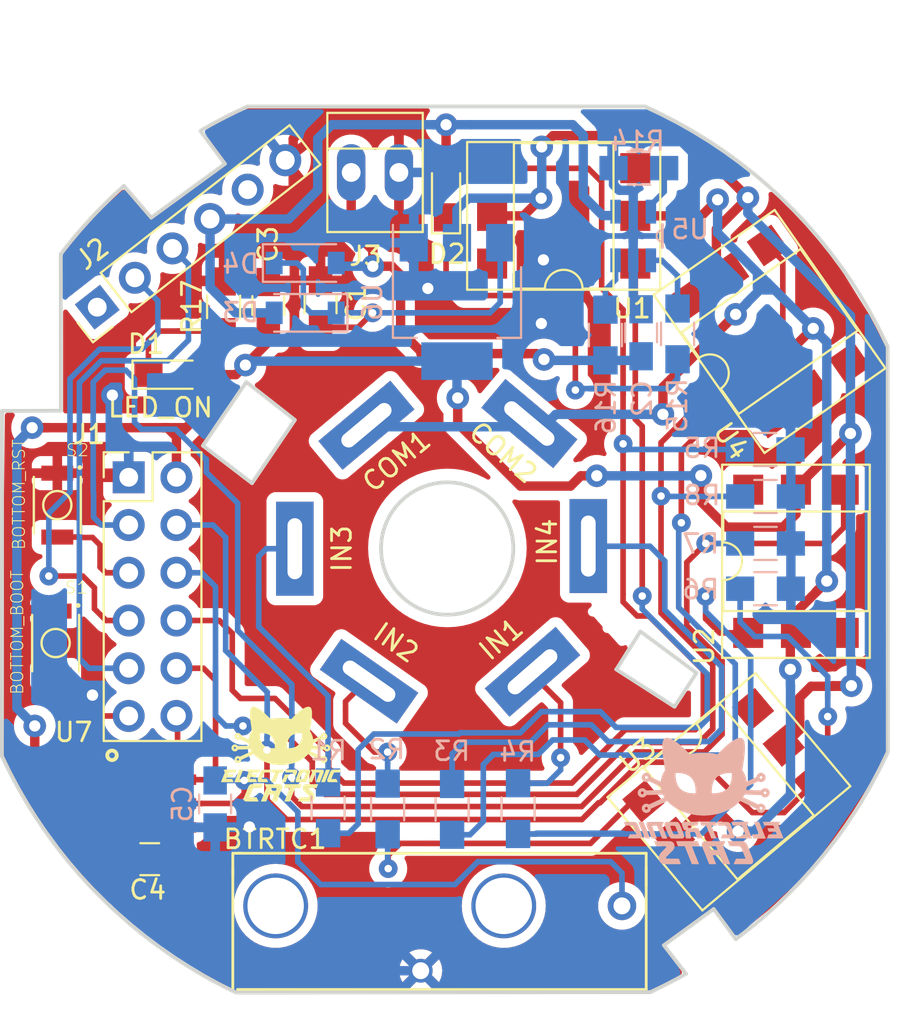
<source format=kicad_pcb>
(kicad_pcb (version 20221018) (generator pcbnew)
  (layers (0 "F.Cu" signal) (31 "B.Cu" signal) (34 "B.Paste" user) (35 "F.Paste" user) (36 "B.SilkS" user "B.Silkscreen") (37 "F.SilkS" user "F.Silkscreen") (38 "B.Mask" user) (39 "F.Mask" user) (44 "Edge.Cuts" user))
  (net 0 "")
  (net 1 "GND")
  (net 2 "Net-(C1-Pad1)")
  (net 3 "/BAT")
  (net 4 "+3V3")
  (net 5 "GNDA")
  (net 6 "Net-(D1-Pad1)")
  (net 7 "VCC")
  (net 8 "Net-(D2-Pad1)")
  (net 9 "Net-(IN1-Pad1)")
  (net 10 "Net-(IN2-Pad1)")
  (net 11 "Net-(IN3-Pad1)")
  (net 12 "Net-(IN4-Pad1)")
  (net 13 "/D0")
  (net 14 "/D1")
  (net 15 "/D3")
  (net 16 "/RST")
  (net 17 "/D2")
  (net 18 "/RX")
  (net 19 "/TX")
  (net 20 "/SCL")
  (net 21 "/SDA")
  (net 22 "Net-(R1-Pad1)")
  (net 23 "Net-(R2-Pad1)")
  (net 24 "Net-(R3-Pad1)")
  (net 25 "Net-(R4-Pad1)")
  (net 26 "Net-(R14-Pad2)")
  (net 27 "Net-(R15-Pad1)")
  (net 28 "Net-(R16-Pad2)")
  (net 29 "Net-(U1-Pad3)")
  (net 30 "Net-(U1-Pad6)")
  (net 31 "Net-(U2-Pad3)")
  (net 32 "Net-(U2-Pad6)")
  (net 33 "Net-(U3-Pad3)")
  (net 34 "Net-(U3-Pad6)")
  (net 35 "Net-(U4-Pad3)")
  (net 36 "Net-(U4-Pad6)")
  (net 37 "Net-(U7-Pad1)")
  (net 38 "Net-(U7-Pad3)")
  (net 39 "Net-(U7-Pad4)")
  (net 40 "/GPIO0")
  (net 41 "Net-(J2-Pad1)")
  (net 42 "Net-(J2-Pad5)")
  (net 43 "/VCLK")
  (footprint "B3U-1000P:SW_B3U-1000P" (layer "F.Cu") (at 129.01 96.09 -90)
    (fp_text reference "S1")
    (fp_text value "BOTTOM_BOOT")
  )
  (footprint "B3U-1000P:SW_B3U-1000P" (layer "F.Cu") (at 129.1 88.75 -90)
    (fp_text reference "S2")
    (fp_text value "BOTTOM_RST")
  )
  (footprint "Housings_DIP:DIP-6_W7.62mm_SMDSocket_SmallPads" (layer "F.Cu") (at 156.05 73.36 180)
    (fp_text reference "U1")
    (fp_text value "4N25")
  )
  (footprint "Housings_DIP:DIP-6_W7.62mm_SMDSocket_SmallPads" (layer "F.Cu") (at 168.41 91.74 90)
    (fp_text reference "U2")
    (fp_text value "4N25")
  )
  (footprint "Housings_DIP:DIP-6_W7.62mm_SMDSocket_SmallPads" (layer "F.Cu") (at 164.84 104 40)
    (fp_text reference "U3")
    (fp_text value "4N25")
  )
  (footprint "Housings_DIP:DIP-6_W7.62mm_SMDSocket_SmallPads" (layer "F.Cu") (at 167.00532 79.512147 125)
    (fp_text reference "U4")
    (fp_text value "4N25")
  )
  (footprint "DS3231MZ_:SOIC8_150MIL" (layer "F.Cu") (at 132.9 103.995 -90)
    (fp_text reference "U7")
    (fp_text value "DS3231MZ+")
  )
  (footprint "Connectors:PINHEAD1-2" (layer "F.Cu") (at 144.74 71.05)
    (fp_text reference "J3")
    (fp_text value "BATT")
  )
  (footprint "Pin_Headers:Pin_Header_Straight_2x06_Pitch2.54mm" (layer "F.Cu") (at 132.9 87.27)
    (fp_text reference "J1")
    (fp_text value "ADAP_ESP")
  )
  (footprint "Capacitors_SMD:C_0805_HandSoldering" (layer "F.Cu") (at 143.11 78.04 90)
    (fp_text reference "C1")
    (fp_text value "2.2u")
  )
  (footprint "Capacitors_SMD:C_0805_HandSoldering" (layer "F.Cu") (at 140.33 78.13 90)
    (fp_text reference "C3")
    (fp_text value "4.7u")
  )
  (footprint "LEDs:LED_0805_HandSoldering" (layer "F.Cu") (at 135.3 81.81)
    (fp_text reference "D1")
    (fp_text value "LED_ON")
  )
  (footprint "LEDs:LED_0805_HandSoldering" (layer "F.Cu") (at 149.79 72.09 90)
    (fp_text reference "D2")
    (fp_text value "LED_CHAR")
  )
  (footprint "Resistors_SMD:R_0805_HandSoldering" (layer "F.Cu") (at 137.95 78.2 90)
    (fp_text reference "R17")
    (fp_text value "1K")
  )
  (footprint "PADS:PAD_4X2mmTH" (layer "F.Cu") (at 154.39 97.62 41)
    (fp_text reference "IN1")
    (fp_text value "0_IN")
  )
  (footprint "PADS:PAD_4X2mmTH" (layer "F.Cu") (at 145.69 98.12 145)
    (fp_text reference "IN2")
    (fp_text value "1_IN")
  )
  (footprint "PADS:PAD_4X2mmTH" (layer "F.Cu") (at 141.74 91.07 90)
    (fp_text reference "IN3")
    (fp_text value "2_IN")
  )
  (footprint "PADS:PAD_4X2mmTH" (layer "F.Cu") (at 157.36 90.93 90)
    (fp_text reference "IN4")
    (fp_text value "3_IN")
  )
  (footprint "PADS:PAD_4X2mmTH" (layer "F.Cu") (at 145.55 84.5 40)
    (fp_text reference "COM1")
    (fp_text value "NC")
  )
  (footprint "PADS:PAD_4X2mmTH" (layer "F.Cu") (at 154.22 84.41 140)
    (fp_text reference "COM2")
    (fp_text value "TORRETA")
  )
  (footprint "Capacitors_SMD:C_0805_HandSoldering" (layer "F.Cu") (at 134.02 107.59)
    (fp_text reference "C4")
    (fp_text value "1uf")
  )
  (footprint "Pin_Headers:Pin_Header_Straight_1x06_Pitch2.54mm" (layer "F.Cu") (at 131.225291 78.218924 128)
    (fp_text reference "J2")
    (fp_text value "FTDI")
  )
  (footprint "TIH:electronic_cats_logo_4x3" (layer "F.Cu") (at 141 102)
    (fp_text reference "G***" hide)
    (fp_text value "LOGO" hide)
  )
  (footprint "PADS:Keystone_battery_second" (layer "F.Cu") (at 148.44 113.525)
    (fp_text reference "BTRTC1")
    (fp_text value "3.3Va")
  )
  (footprint "Diodes_SMD:D_SOD-123" (layer "B.Cu") (at 142.29 75.87)
    (fp_text reference "D3")
    (fp_text value "NRVB120")
  )
  (footprint "Diodes_SMD:D_SOD-123" (layer "B.Cu") (at 142.29 78.52 180)
    (fp_text reference "D4")
    (fp_text value "NRVB120")
  )
  (footprint "MCP73831T-4ADI_OT:SOT95P280X145-5N" (layer "B.Cu") (at 159.75 74.43 90)
    (fp_text reference "U5")
    (fp_text value "MCP73831T-4ADI/OT")
  )
  (footprint "TO_SOT_Packages_SMD:SOT-223-3_TabPin2" (layer "B.Cu") (at 150.37 77.94 -90)
    (fp_text reference "U6")
    (fp_text value "AP1117-33")
  )
  (footprint "Capacitors_SMD:C_0805_HandSoldering" (layer "B.Cu") (at 160.17 79.58 90)
    (fp_text reference "C2")
    (fp_text value "10u")
  )
  (footprint "Resistors_SMD:R_0805_HandSoldering" (layer "B.Cu") (at 143.51 104.86 90)
    (fp_text reference "R1")
    (fp_text value "2K")
  )
  (footprint "Resistors_SMD:R_0805_HandSoldering" (layer "B.Cu") (at 146.68 104.92 90)
    (fp_text reference "R2")
    (fp_text value "2K")
  )
  (footprint "Resistors_SMD:R_0805_HandSoldering" (layer "B.Cu") (at 150.11 104.94 90)
    (fp_text reference "R3")
    (fp_text value "2K")
  )
  (footprint "Resistors_SMD:R_0805_HandSoldering" (layer "B.Cu") (at 153.62 104.9 90)
    (fp_text reference "R4")
    (fp_text value "2K")
  )
  (footprint "Resistors_SMD:R_0805_HandSoldering" (layer "B.Cu") (at 166.77 85.79)
    (fp_text reference "R5")
    (fp_text value "10K")
  )
  (footprint "Resistors_SMD:R_0805_HandSoldering" (layer "B.Cu") (at 166.79 90.79)
    (fp_text reference "R6")
    (fp_text value "10K")
  )
  (footprint "Resistors_SMD:R_0805_HandSoldering" (layer "B.Cu") (at 166.79 93.2 180)
    (fp_text reference "R7")
    (fp_text value "10K")
  )
  (footprint "Resistors_SMD:R_0805_HandSoldering" (layer "B.Cu") (at 166.79 88.29)
    (fp_text reference "R8")
    (fp_text value "10K")
  )
  (footprint "Resistors_SMD:R_0805_HandSoldering" (layer "B.Cu") (at 160.05 70.82)
    (fp_text reference "R14")
    (fp_text value "10K")
  )
  (footprint "Resistors_SMD:R_0805_HandSoldering" (layer "B.Cu") (at 162.11 79.64 -90)
    (fp_text reference "R15")
    (fp_text value "1K")
  )
  (footprint "Resistors_SMD:R_0805_HandSoldering" (layer "B.Cu") (at 158.27 79.7 90)
    (fp_text reference "R16")
    (fp_text value "10K")
  )
  (footprint "TIH:electronic_cats_logo_8x6" (layer "B.Cu") (at 163.5 104.5 180)
    (fp_text reference "G***" hide)
    (fp_text value "LOGO" hide)
  )
  (footprint "Capacitors_SMD:C_0805_HandSoldering" (layer "B.Cu") (at 137.5 104.65 -90)
    (fp_text reference "C5")
    (fp_text value ".1uf")
  )
  (gr_line (start 161.3834 112.17014) (end 164.03262 110.24482) (stroke (width 0.2)) (layer "Edge.Cuts"))
  (gr_line (start 161.95 99.47) (end 163.11 97.69) (stroke (width 0.2)) (layer "Edge.Cuts"))
  (gr_line (start 164.03262 110.24482) (end 165.21 111.85) (stroke (width 0.2)) (layer "Edge.Cuts"))
  (gr_line (start 134.1 73.45) (end 138.02 70.59) (stroke (width 0.2)) (layer "Edge.Cuts"))
  (gr_line (start 129.29304 83.72722) (end 129.285 75.39) (stroke (width 0.2)) (layer "Edge.Cuts"))
  (gr_arc (start 138.60976 114.68728) (mid 131.285469 109.485773) (end 126.156133 102.11076) (stroke (width 0.2)) (layer "Edge.Cuts"))
  (gr_line (start 141.74 84.22) (end 139.16 82.2) (stroke (width 0.2)) (layer "Edge.Cuts"))
  (gr_line (start 139.22 67.54) (end 160.3655 67.54) (stroke (width 0.2)) (layer "Edge.Cuts"))
  (gr_line (start 173.3 101.88) (end 173.29 80.34) (stroke (width 0.2)) (layer "Edge.Cuts"))
  (gr_line (start 163.11 97.68) (end 160.13 95.47) (stroke (width 0.2)) (layer "Edge.Cuts"))
  (gr_line (start 162.56 113.69) (end 161.3834 112.17014) (stroke (width 0.2)) (layer "Edge.Cuts"))
  (gr_circle (center 149.85 91.06) (end 151.05 94.37) (stroke (width 0.2)) (fill none) (layer "Edge.Cuts"))
  (gr_arc (start 129.285 75.39) (mid 130.877806 73.496372) (end 132.644687 71.764034) (stroke (width 0.2)) (layer "Edge.Cuts"))
  (gr_arc (start 162.56 113.69) (mid 161.620145 114.197789) (end 160.660243 114.666578) (stroke (width 0.2)) (layer "Edge.Cuts"))
  (gr_line (start 136.85 85.59) (end 139.16 82.2) (stroke (width 0.2)) (layer "Edge.Cuts"))
  (gr_line (start 126.16 83.74) (end 129.29304 83.72722) (stroke (width 0.2)) (layer "Edge.Cuts"))
  (gr_line (start 138.61 114.69) (end 160.660243 114.666578) (stroke (width 0.2)) (layer "Edge.Cuts"))
  (gr_line (start 136.72 68.84) (end 138.02 70.59) (stroke (width 0.2)) (layer "Edge.Cuts"))
  (gr_arc (start 160.37 67.54) (mid 167.992827 72.76209) (end 173.290899 80.332306) (stroke (width 0.2)) (layer "Edge.Cuts"))
  (gr_line (start 126.16 83.74) (end 126.15 102.11) (stroke (width 0.2)) (layer "Edge.Cuts"))
  (gr_line (start 132.64 71.76) (end 134.1 73.45) (stroke (width 0.2)) (layer "Edge.Cuts"))
  (gr_line (start 158.85 97.49) (end 161.94 99.47) (stroke (width 0.2)) (layer "Edge.Cuts"))
  (gr_line (start 136.86 85.59) (end 139.46 87.58) (stroke (width 0.2)) (layer "Edge.Cuts"))
  (gr_arc (start 173.29854 101.88568) (mid 169.879774 107.377088) (end 165.206659 111.849841) (stroke (width 0.2)) (layer "Edge.Cuts"))
  (gr_arc (start 136.72 68.83) (mid 137.95021 68.153167) (end 139.215323 67.544061) (stroke (width 0.2)) (layer "Edge.Cuts"))
  (gr_line (start 160.13 95.47) (end 158.86 97.49) (stroke (width 0.2)) (layer "Edge.Cuts"))
  (gr_line (start 139.46 87.58) (end 141.74 84.22) (stroke (width 0.2)) (layer "Edge.Cuts"))
  (segment (start 140.61 73.79) (end 140.61 76.79) (width 0.5) (layer "F.Cu") (net 1))
  (segment (start 147.28 74.61) (end 147.28 71.05) (width 0.5) (layer "F.Cu") (net 1))
  (segment (start 146.74 68.34) (end 146.05 68.34) (width 0.5) (layer "F.Cu") (net 1))
  (segment (start 148.82 77.22) (end 148.82 76.15) (width 0.5) (layer "F.Cu") (net 1))
  (segment (start 129.1 87.05) (end 132.68 87.05) (width 0.5) (layer "F.Cu") (net 1))
  (segment (start 150.67 79.07) (end 152.87 79.07) (width 0.5) (layer "F.Cu") (net 1))
  (segment (start 141.11 73.29) (end 141.11 73.27) (width 0.5) (layer "F.Cu") (net 1))
  (segment (start 132.03 82.9) (end 132.03 81.021458) (width 0.5) (layer "F.Cu") (net 1))
  (segment (start 141.654516 69.263046) (end 142.577562 68.34) (width 0.5) (layer "F.Cu") (net 1))
  (segment (start 126.885 87.815) (end 127.65 87.05) (width 0.5) (layer "F.Cu") (net 1))
  (segment (start 141.11 73.27) (end 141.654516 72.725484) (width 0.5) (layer "F.Cu") (net 1))
  (segment (start 146.05 68.34) (end 142.73 68.34) (width 0.5) (layer "F.Cu") (net 1))
  (segment (start 142.577562 68.34) (end 142.73 68.34) (width 0.5) (layer "F.Cu") (net 1))
  (segment (start 136.1 78.175) (end 136.1 77.225) (width 0.5) (layer "F.Cu") (net 1))
  (segment (start 129.01 94.39) (end 129.01 95.39) (width 0.5) (layer "F.Cu") (net 1))
  (segment (start 127.66 94.39) (end 126.885 93.615) (width 0.5) (layer "F.Cu") (net 1))
  (segment (start 141.654516 72.725484) (end 141.654516 70.465127) (width 0.5) (layer "F.Cu") (net 1))
  (segment (start 147.28 71.05) (end 147.28 69.045) (width 0.5) (layer "F.Cu") (net 1))
  (segment (start 134.426458 78.625) (end 135.65 78.625) (width 0.5) (layer "F.Cu") (net 1))
  (segment (start 139.3 105.9) (end 139.325 105.875) (width 0.5) (layer "F.Cu") (net 1))
  (segment (start 126.885 93.615) (end 126.885 87.815) (width 0.5) (layer "F.Cu") (net 1))
  (segment (start 146.575 68.34) (end 146.05 68.34) (width 0.5) (layer "F.Cu") (net 1))
  (segment (start 154.84 79.07) (end 154.86 79.09) (width 0.5) (layer "F.Cu") (net 1))
  (segment (start 152.87 79.07) (end 153.63 79.07) (width 0.5) (layer "F.Cu") (net 1))
  (segment (start 132.03 81.021458) (end 134.426458 78.625) (width 0.5) (layer "F.Cu") (net 1))
  (segment (start 130.97 97.32) (end 130.97 98.86) (width 0.5) (layer "F.Cu") (net 1))
  (segment (start 141.654516 70.465127) (end 141.654516 69.263046) (width 0.5) (layer "F.Cu") (net 1))
  (segment (start 136.535 76.79) (end 140.61 76.79) (width 0.5) (layer "F.Cu") (net 1))
  (segment (start 148.82 76.15) (end 147.28 74.61) (width 0.5) (layer "F.Cu") (net 1))
  (segment (start 135.65 78.625) (end 136.1 78.175) (width 0.5) (layer "F.Cu") (net 1))
  (segment (start 148.82 77.22) (end 150.67 79.07) (width 0.5) (layer "F.Cu") (net 1))
  (segment (start 129.04 95.39) (end 130.97 97.32) (width 0.5) (layer "F.Cu") (net 1))
  (segment (start 147.28 69.045) (end 146.575 68.34) (width 0.5) (layer "F.Cu") (net 1))
  (segment (start 141.11 73.29) (end 140.61 73.79) (width 0.5) (layer "F.Cu") (net 1))
  (segment (start 129.01 95.39) (end 129.04 95.39) (width 0.5) (layer "F.Cu") (net 1))
  (segment (start 136.1 77.225) (end 136.535 76.79) (width 0.5) (layer "F.Cu") (net 1))
  (segment (start 135.27 107.59) (end 135.27 105.845) (width 0.5) (layer "F.Cu") (net 1))
  (segment (start 132.68 87.05) (end 132.9 87.27) (width 0.5) (layer "F.Cu") (net 1))
  (segment (start 127.65 87.05) (end 129.1 87.05) (width 0.5) (layer "F.Cu") (net 1))
  (segment (start 152.87 79.07) (end 154.84 79.07) (width 0.5) (layer "F.Cu") (net 1))
  (segment (start 135.425 105.9) (end 139.225 105.9) (width 0.5) (layer "F.Cu") (net 1))
  (segment (start 143.11 76.79) (end 140.61 76.79) (width 0.5) (layer "F.Cu") (net 1))
  (segment (start 129.01 94.39) (end 127.66 94.39) (width 0.5) (layer "F.Cu") (net 1))
  (via (at 132.03 82.9) (size 1.2) (drill 0.6) (layers "F.Cu" "B.Cu") (net 1))
  (via (at 148.82 77.22) (size 1.2) (drill 0.6) (layers "F.Cu" "B.Cu") (net 1))
  (via (at 139.325 105.875) (size 1.2) (drill 0.6) (layers "F.Cu" "B.Cu") (net 1))
  (via (at 130.97 98.86) (size 1.2) (drill 0.6) (layers "F.Cu" "B.Cu") (net 1))
  (via (at 154.86 79.09) (size 1.2) (drill 0.6) (layers "F.Cu" "B.Cu") (net 1))
  (via (at 154.97 75.7) (size 1.2) (drill 0.6) (layers "F.Cu" "B.Cu") (net 1))
  (via (at 130.97 98.86) (size 1.2) (drill 0.6) (layers "F.Cu" "B.Cu") (net 1))
  (segment (start 159.63 72) (end 159.75 72.12) (width 0.5) (layer "B.Cu") (net 1))
  (segment (start 159.75 74.45) (end 159.75 75.7254) (width 0.5) (layer "B.Cu") (net 1))
  (segment (start 162.05 69.13) (end 163.05 70.13) (width 0.5) (layer "B.Cu") (net 1))
  (segment (start 137.5 112.35) (end 137.5 105.9) (width 0.5) (layer "B.Cu") (net 1))
  (segment (start 148.07 74.79) (end 148.07 76.47) (width 0.5) (layer "B.Cu") (net 1))
  (segment (start 148.07 76.47) (end 148.82 77.22) (width 0.5) (layer "B.Cu") (net 1))
  (segment (start 168.14 93.2) (end 168.14 90.79) (width 0.5) (layer "B.Cu") (net 1))
  (segment (start 168.14 90.79) (end 168.14 88.29) (width 0.5) (layer "B.Cu") (net 1))
  (segment (start 166.62 83.14) (end 168.12 84.64) (width 0.5) (layer "B.Cu") (net 1))
  (segment (start 163.73 76.51) (end 163.73 81.85) (width 0.5) (layer "B.Cu") (net 1))
  (segment (start 139.325 105.875) (end 137.525 105.875) (width 0.5) (layer "B.Cu") (net 1))
  (segment (start 148.44 113.525) (end 138.675 113.525) (width 0.5) (layer "B.Cu") (net 1))
  (segment (start 154.86 75.81) (end 154.97 75.7) (width 0.5) (layer "B.Cu") (net 1))
  (segment (start 132.22 105.9) (end 137.5 105.9) (width 0.5) (layer "B.Cu") (net 1))
  (segment (start 158.62 69.55) (end 159.04 69.13) (width 0.5) (layer "B.Cu") (net 1))
  (segment (start 132.03 82.9) (end 132.03 84.95) (width 0.5) (layer "B.Cu") (net 1))
  (segment (start 165.02 83.14) (end 166.62 83.14) (width 0.5) (layer "B.Cu") (net 1))
  (segment (start 130.97 98.86) (end 130.97 104.65) (width 0.5) (layer "B.Cu") (net 1))
  (segment (start 163.05 70.13) (end 163.05 75.83) (width 0.5) (layer "B.Cu") (net 1))
  (segment (start 159.75 72.12) (end 159.75 74.45) (width 0.5) (layer "B.Cu") (net 1))
  (segment (start 154.87 75.8) (end 154.97 75.7) (width 0.5) (layer "B.Cu") (net 1))
  (segment (start 163.73 81.85) (end 165.02 83.14) (width 0.5) (layer "B.Cu") (net 1))
  (segment (start 168.14 85.81) (end 168.12 85.79) (width 0.5) (layer "B.Cu") (net 1))
  (segment (start 158.7 70.82) (end 158.7 71.7) (width 0.5) (layer "B.Cu") (net 1))
  (segment (start 159.75 77.91) (end 159.75 75.7254) (width 0.5) (layer "B.Cu") (net 1))
  (segment (start 130.97 104.65) (end 132.22 105.9) (width 0.5) (layer "B.Cu") (net 1))
  (segment (start 168.14 88.29) (end 168.14 85.81) (width 0.5) (layer "B.Cu") (net 1))
  (segment (start 168.12 84.64) (end 168.12 85.79) (width 0.5) (layer "B.Cu") (net 1))
  (segment (start 159.04 69.13) (end 162.05 69.13) (width 0.5) (layer "B.Cu") (net 1))
  (segment (start 163.05 75.83) (end 163.73 76.51) (width 0.5) (layer "B.Cu") (net 1))
  (segment (start 158.62 70.93) (end 158.62 69.55) (width 0.5) (layer "B.Cu") (net 1))
  (segment (start 154.86 79.09) (end 154.86 75.81) (width 0.5) (layer "B.Cu") (net 1))
  (segment (start 154.87 77.83) (end 154.87 75.8) (width 0.5) (layer "B.Cu") (net 1))
  (segment (start 138.675 113.525) (end 137.5 112.35) (width 0.5) (layer "B.Cu") (net 1))
  (segment (start 159 72) (end 159.63 72) (width 0.5) (layer "B.Cu") (net 1))
  (segment (start 132.03 84.95) (end 132.9 85.82) (width 0.5) (layer "B.Cu") (net 1))
  (segment (start 137.525 105.875) (end 137.5 105.9) (width 0.5) (layer "B.Cu") (net 1))
  (segment (start 132.9 85.82) (end 132.9 87.27) (width 0.5) (layer "B.Cu") (net 1))
  (segment (start 160.17 78.33) (end 159.75 77.91) (width 0.5) (layer "B.Cu") (net 1))
  (segment (start 158.7 71.7) (end 159 72) (width 0.5) (layer "B.Cu") (net 1))
  (segment (start 144.39 79.29) (end 143.11 79.29) (width 0.3) (layer "F.Cu") (net 2))
  (segment (start 143.11 79.29) (end 145.11 79.29) (width 0.3) (layer "F.Cu") (net 2))
  (segment (start 145.11 79.29) (end 145.88 78.52) (width 0.3) (layer "F.Cu") (net 2))
  (via (at 145.88 78.52) (size 1) (drill 0.4) (layers "F.Cu" "B.Cu") (net 2))
  (segment (start 152.67 74.79) (end 152.67 77.97) (width 0.3) (layer "B.Cu") (net 2))
  (segment (start 142.19 78.12) (end 142.19 76.2) (width 0.3) (layer "B.Cu") (net 2))
  (segment (start 143.94 78.52) (end 145.88 78.52) (width 0.3) (layer "B.Cu") (net 2))
  (segment (start 152.71 74.83) (end 152.67 74.79) (width 0.3) (layer "B.Cu") (net 2))
  (segment (start 143.94 78.52) (end 142.59 78.52) (width 0.3) (layer "B.Cu") (net 2))
  (segment (start 145.88 78.52) (end 152.12 78.52) (width 0.3) (layer "B.Cu") (net 2))
  (segment (start 142.59 78.52) (end 142.19 78.12) (width 0.3) (layer "B.Cu") (net 2))
  (segment (start 152.12 78.52) (end 152.67 77.97) (width 0.3) (layer "B.Cu") (net 2))
  (segment (start 142.19 76.2) (end 141.86 75.87) (width 0.3) (layer "B.Cu") (net 2))
  (segment (start 141.86 75.87) (end 140.64 75.87) (width 0.3) (layer "B.Cu") (net 2))
  (segment (start 144.74 71.05) (end 144.74 74.041472) (width 0.5) (layer "F.Cu") (net 3))
  (segment (start 144.74 74.041472) (end 145.42 74.721472) (width 0.5) (layer "F.Cu") (net 3))
  (segment (start 153.1 80.69) (end 148.45 80.69) (width 0.5) (layer "F.Cu") (net 3))
  (segment (start 145.42 74.721472) (end 145.25 74.551472) (width 0.5) (layer "F.Cu") (net 3))
  (segment (start 146.9 76.04) (end 145.89 76.04) (width 0.5) (layer "F.Cu") (net 3))
  (segment (start 145.89 75.191472) (end 145.42 74.721472) (width 0.5) (layer "F.Cu") (net 3))
  (segment (start 145.89 76.04) (end 145.89 75.191472) (width 0.5) (layer "F.Cu") (net 3))
  (segment (start 154.9 81) (end 154.59 80.69) (width 0.5) (layer "F.Cu") (net 3))
  (segment (start 155 81) (end 154.9 81) (width 0.5) (layer "F.Cu") (net 3))
  (segment (start 147.37 79.5) (end 147.37 76.51) (width 0.5) (layer "F.Cu") (net 3))
  (segment (start 154.59 80.69) (end 153.1 80.69) (width 0.5) (layer "F.Cu") (net 3))
  (segment (start 147.37 76.51) (end 146.9 76.04) (width 0.5) (layer "F.Cu") (net 3))
  (segment (start 154.12 80.69) (end 153.91 80.69) (width 0.5) (layer "F.Cu") (net 3))
  (segment (start 148.45 80.69) (end 148.45 80.58) (width 0.5) (layer "F.Cu") (net 3))
  (segment (start 153.91 80.69) (end 153.1 80.69) (width 0.5) (layer "F.Cu") (net 3))
  (segment (start 148.45 80.58) (end 147.37 79.5) (width 0.5) (layer "F.Cu") (net 3))
  (via (at 155 81) (size 1.2) (drill 0.6) (layers "F.Cu" "B.Cu") (net 3))
  (via (at 145.89 76.04) (size 1.2) (drill 0.6) (layers "F.Cu" "B.Cu") (net 3))
  (segment (start 158.27 81.05) (end 155.05 81.05) (width 0.5) (layer "B.Cu") (net 3))
  (segment (start 159.95 81.05) (end 160.17 80.83) (width 0.5) (layer "B.Cu") (net 3))
  (segment (start 155.05 81.05) (end 155 81) (width 0.5) (layer "B.Cu") (net 3))
  (segment (start 145.89 76.04) (end 144.11 76.04) (width 0.5) (layer "B.Cu") (net 3))
  (segment (start 158.27 81.05) (end 159.95 81.05) (width 0.5) (layer "B.Cu") (net 3))
  (segment (start 144.11 76.04) (end 143.94 75.87) (width 0.5) (layer "B.Cu") (net 3))
  (segment (start 138.6 81.81) (end 139.11 81.3) (width 0.5) (layer "F.Cu") (net 4))
  (segment (start 152.24 73.36) (end 153.91 73.36) (width 0.5) (layer "F.Cu") (net 4))
  (segment (start 156.961472 87.19) (end 156.414469 87.737003) (width 0.5) (layer "F.Cu") (net 4))
  (segment (start 163.35 88.56) (end 163.35 87.18) (width 0.5) (layer "F.Cu") (net 4))
  (segment (start 140.33 79.38) (end 140.33 80.08) (width 0.5) (layer "F.Cu") (net 4))
  (segment (start 167.72 89.92) (end 164.71 89.92) (width 0.5) (layer "F.Cu") (net 4))
  (segment (start 135.44 85.13) (end 135.46 85.13) (width 0.5) (layer "F.Cu") (net 4))
  (segment (start 134.73 84.63) (end 135.96 84.63) (width 0.5) (layer "F.Cu") (net 4))
  (segment (start 134.73 84.63) (end 127.76 84.63) (width 0.5) (layer "F.Cu") (net 4))
  (segment (start 136.65 83.94) (end 135.96 84.63) (width 0.5) (layer "F.Cu") (net 4))
  (segment (start 127.9 100.5) (end 127.9 102.4506) (width 0.5) (layer "F.Cu") (net 4))
  (segment (start 136.65 83.83) (end 136.65 81.81) (width 0.5) (layer "F.Cu") (net 4))
  (segment (start 170.32 98.39) (end 170.35 98.36) (width 0.5) (layer "F.Cu") (net 4))
  (segment (start 128.8094 103.36) (end 130.3 103.36) (width 0.5) (layer "F.Cu") (net 4))
  (segment (start 140.33 80.08) (end 139.11 81.3) (width 0.5) (layer "F.Cu") (net 4))
  (segment (start 168.41 87.93) (end 168.41 87.84) (width 0.5) (layer "F.Cu") (net 4))
  (segment (start 170.32 98.39) (end 170.91 98.39) (width 0.5) (layer "F.Cu") (net 4))
  (segment (start 136.65 83.83) (end 136.65 83.94) (width 0.5) (layer "F.Cu") (net 4))
  (segment (start 156.414469 87.737003) (end 153.747003 87.737003) (width 0.5) (layer "F.Cu") (net 4))
  (segment (start 168.41 89.23) (end 167.72 89.92) (width 0.5) (layer "F.Cu") (net 4))
  (segment (start 131.81 103.36) (end 130.3 103.36) (width 0.5) (layer "F.Cu") (net 4))
  (segment (start 164.174872 75.746056) (end 164.174872 74.065128) (width 0.5) (layer "F.Cu") (net 4))
  (segment (start 164.71 89.92) (end 163.35 88.56) (width 0.5) (layer "F.Cu") (net 4))
  (segment (start 150.41 84.4) (end 150.41 83.05) (width 0.5) (layer "F.Cu") (net 4))
  (segment (start 135.44 85.13) (end 135.44 85.12) (width 0.5) (layer "F.Cu") (net 4))
  (segment (start 135.44 85.12) (end 134.95 84.63) (width 0.5) (layer "F.Cu") (net 4))
  (segment (start 170.35 98.36) (end 171.36 98.36) (width 0.5) (layer "F.Cu") (net 4))
  (segment (start 127.9 102.4506) (end 128.8094 103.36) (width 0.5) (layer "F.Cu") (net 4))
  (segment (start 164.819994 76.391178) (end 164.174872 75.746056) (width 0.5) (layer "F.Cu") (net 4))
  (segment (start 127.76 84.63) (end 128.608528 84.63) (width 0.5) (layer "F.Cu") (net 4))
  (segment (start 136.65 81.81) (end 137.93 81.81) (width 0.5) (layer "F.Cu") (net 4))
  (segment (start 167.758629 101.550979) (end 168.61 100.699608) (width 0.5) (layer "F.Cu") (net 4))
  (segment (start 168.41 87.93) (end 168.41 89.23) (width 0.5) (layer "F.Cu") (net 4))
  (segment (start 168.61 100) (end 168.61 98.99) (width 0.5) (layer "F.Cu") (net 4))
  (segment (start 153.747003 87.737003) (end 150.41 84.4) (width 0.5) (layer "F.Cu") (net 4))
  (segment (start 137.93 81.81) (end 138.6 81.81) (width 0.5) (layer "F.Cu") (net 4))
  (segment (start 162.550001 69.090001) (end 155.479999 69.090001) (width 0.5) (layer "F.Cu") (net 4))
  (segment (start 135.44 87.27) (end 135.44 85.13) (width 0.5) (layer "F.Cu") (net 4))
  (segment (start 153.91 73.36) (end 154.85 72.42) (width 0.5) (layer "F.Cu") (net 4))
  (segment (start 169.21 98.39) (end 170.32 98.39) (width 0.5) (layer "F.Cu") (net 4))
  (segment (start 170.91 98.39) (end 171.01 98.29) (width 0.5) (layer "F.Cu") (net 4))
  (segment (start 132.77 104.32) (end 131.81 103.36) (width 0.5) (layer "F.Cu") (net 4))
  (segment (start 132.77 104.58) (end 132.77 107.59) (width 0.5) (layer "F.Cu") (net 4))
  (segment (start 165.85 72.39) (end 162.550001 69.090001) (width 0.5) (layer "F.Cu") (net 4))
  (segment (start 168.61 100.19) (end 168.61 100) (width 0.5) (layer "F.Cu") (net 4))
  (segment (start 168.41 87.84) (end 171.31 84.94) (width 0.5) (layer "F.Cu") (net 4))
  (segment (start 164.174872 74.065128) (end 165.85 72.39) (width 0.5) (layer "F.Cu") (net 4))
  (segment (start 168.61 100.699608) (end 168.61 100) (width 0.5) (layer "F.Cu") (net 4))
  (segment (start 168.61 98.99) (end 169.21 98.39) (width 0.5) (layer "F.Cu") (net 4))
  (segment (start 135.46 85.13) (end 135.96 84.63) (width 0.5) (layer "F.Cu") (net 4))
  (segment (start 134.95 84.63) (end 134.73 84.63) (width 0.5) (layer "F.Cu") (net 4))
  (segment (start 157.81 87.19) (end 156.961472 87.19) (width 0.5) (layer "F.Cu") (net 4))
  (segment (start 155.479999 69.090001) (end 154.88 69.69) (width 0.5) (layer "F.Cu") (net 4))
  (segment (start 132.77 104.58) (end 132.77 104.32) (width 0.5) (layer "F.Cu") (net 4))
  (via (at 171.36 98.36) (size 1.2) (drill 0.6) (layers "F.Cu" "B.Cu") (net 4))
  (via (at 171.31 84.94) (size 1.2) (drill 0.6) (layers "F.Cu" "B.Cu") (net 4))
  (via (at 154.88 69.69) (size 1.2) (drill 0.6) (layers "F.Cu" "B.Cu") (net 4))
  (via (at 165.85 72.39) (size 1.2) (drill 0.6) (layers "F.Cu" "B.Cu") (net 4))
  (via (at 157.81 87.19) (size 1.2) (drill 0.6) (layers "F.Cu" "B.Cu") (net 4))
  (via (at 163.35 87.18) (size 1.2) (drill 0.6) (layers "F.Cu" "B.Cu") (net 4))
  (via (at 127.9 100.5) (size 1.2) (drill 0.6) (layers "F.Cu" "B.Cu") (net 4))
  (via (at 127.76 84.63) (size 1.2) (drill 0.6) (layers "F.Cu" "B.Cu") (net 4))
  (via (at 154.85 72.42) (size 1.2) (drill 0.6) (layers "F.Cu" "B.Cu") (net 4))
  (via (at 139.11 81.3) (size 1.2) (drill 0.6) (layers "F.Cu" "B.Cu") (net 4))
  (via (at 150.41 83.05) (size 1.2) (drill 0.6) (layers "F.Cu" "B.Cu") (net 4))
  (segment (start 165.85 73.22) (end 165.85 72.39) (width 0.5) (layer "B.Cu") (net 4))
  (segment (start 150.97 72.42) (end 154.3 72.42) (width 0.5) (layer "B.Cu") (net 4))
  (segment (start 126.95 94.56) (end 126.95 85.44) (width 0.5) (layer "B.Cu") (net 4))
  (segment (start 150.37 81.09) (end 139.32 81.09) (width 0.5) (layer "B.Cu") (net 4))
  (segment (start 171.03 78.39) (end 171.31 78.67) (width 0.5) (layer "B.Cu") (net 4))
  (segment (start 126.95 94.56) (end 126.95 99.55) (width 0.5) (layer "B.Cu") (net 4))
  (segment (start 150.37 82.59) (end 150.41 82.63) (width 0.5) (layer "B.Cu") (net 4))
  (segment (start 171.31 96.86) (end 171.36 96.91) (width 0.5) (layer "B.Cu") (net 4))
  (segment (start 169.21 76.59) (end 169.21 76.58) (width 0.5) (layer "B.Cu") (net 4))
  (segment (start 150.37 74.79) (end 150.37 73.02) (width 0.5) (layer "B.Cu") (net 4))
  (segment (start 171.31 84.94) (end 171.31 84.091472) (width 0.5) (layer "B.Cu") (net 4))
  (segment (start 154.88 71.78) (end 154.88 71.5) (width 0.5) (layer "B.Cu") (net 4))
  (segment (start 171.31 96.86) (end 171.31 94.45) (width 0.5) (layer "B.Cu") (net 4))
  (segment (start 139.32 81.09) (end 139.11 81.3) (width 0.5) (layer "B.Cu") (net 4))
  (segment (start 154.88 72.39) (end 154.88 71.78) (width 0.5) (layer "B.Cu") (net 4))
  (segment (start 150.41 82.63) (end 150.41 83.05) (width 0.5) (layer "B.Cu") (net 4))
  (segment (start 150.37 73.02) (end 150.97 72.42) (width 0.5) (layer "B.Cu") (net 4))
  (segment (start 163.34 87.19) (end 163.35 87.18) (width 0.5) (layer "B.Cu") (net 4))
  (segment (start 171.31 78.89) (end 171.31 84.94) (width 0.5) (layer "B.Cu") (net 4))
  (segment (start 126.95 85.44) (end 127.76 84.63) (width 0.5) (layer "B.Cu") (net 4))
  (segment (start 154.3 72.42) (end 154.85 72.42) (width 0.5) (layer "B.Cu") (net 4))
  (segment (start 171.36 96.91) (end 171.36 98.36) (width 0.5) (layer "B.Cu") (net 4))
  (segment (start 169.21 76.58) (end 165.85 73.22) (width 0.5) (layer "B.Cu") (net 4))
  (segment (start 150.37 81.09) (end 150.37 82.59) (width 0.5) (layer "B.Cu") (net 4))
  (segment (start 126.95 99.55) (end 127.9 100.5) (width 0.5) (layer "B.Cu") (net 4))
  (segment (start 169.21 76.59) (end 171.01 78.39) (width 0.5) (layer "B.Cu") (net 4))
  (segment (start 171.31 94.45) (end 171.31 84.94) (width 0.5) (layer "B.Cu") (net 4))
  (segment (start 154.88 71.5) (end 154.88 69.69) (width 0.5) (layer "B.Cu") (net 4))
  (segment (start 171.31 78.67) (end 171.31 78.89) (width 0.5) (layer "B.Cu") (net 4))
  (segment (start 171.31 97.141472) (end 171.31 96.86) (width 0.5) (layer "B.Cu") (net 4))
  (segment (start 171.01 78.39) (end 171.03 78.39) (width 0.5) (layer "B.Cu") (net 4))
  (segment (start 157.81 87.19) (end 163.34 87.19) (width 0.5) (layer "B.Cu") (net 4))
  (segment (start 154.85 72.42) (end 154.88 72.39) (width 0.5) (layer "B.Cu") (net 4))
  (segment (start 163.04 105.34) (end 164.57 105.34) (width 0.5) (layer "F.Cu") (net 5))
  (segment (start 169.190646 82.633116) (end 168.545524 81.987994) (width 0.5) (layer "F.Cu") (net 5))
  (segment (start 168.21 95.75) (end 168.41 95.55) (width 0.5) (layer "F.Cu") (net 5))
  (segment (start 162.559927 105.810465) (end 162.569535 105.810465) (width 0.5) (layer "F.Cu") (net 5))
  (segment (start 163.38 73.36) (end 164.24 72.5) (width 0.5) (layer "F.Cu") (net 5))
  (segment (start 161.33 83.92) (end 161.33 82.47) (width 0.5) (layer "F.Cu") (net 5))
  (segment (start 168.41 94.45) (end 169.48 93.38) (width 0.5) (layer "F.Cu") (net 5))
  (segment (start 168.545524 81.987994) (end 168.545524 81.965524) (width 0.5) (layer "F.Cu") (net 5))
  (segment (start 168.11 97.49) (end 168.11 95.85) (width 0.5) (layer "F.Cu") (net 5))
  (segment (start 168.11 95.85) (end 168.41 95.55) (width 0.5) (layer "F.Cu") (net 5))
  (segment (start 165.2 78.6) (end 164.600001 79.199999) (width 0.5) (layer "F.Cu") (net 5))
  (segment (start 159.86 73.36) (end 163.38 73.36) (width 0.5) (layer "F.Cu") (net 5))
  (segment (start 169.48 93.38) (end 169.79 93.07) (width 0.5) (layer "F.Cu") (net 5))
  (segment (start 169.3 79.35) (end 169.33 79.35) (width 0.5) (layer "F.Cu") (net 5))
  (segment (start 168.15 80.5) (end 169.3 79.35) (width 0.5) (layer "F.Cu") (net 5))
  (segment (start 162.569535 105.810465) (end 163.04 105.34) (width 0.5) (layer "F.Cu") (net 5))
  (segment (start 164.57 105.34) (end 165.33 106.1) (width 0.5) (layer "F.Cu") (net 5))
  (segment (start 169.48 93.38) (end 169.48 93.36) (width 0.5) (layer "F.Cu") (net 5))
  (segment (start 168.545524 81.965524) (end 168.15 81.57) (width 0.5) (layer "F.Cu") (net 5))
  (segment (start 168.41 95.55) (end 168.41 94.45) (width 0.5) (layer "F.Cu") (net 5))
  (segment (start 169.48 93.36) (end 170.05 92.79) (width 0.5) (layer "F.Cu") (net 5))
  (segment (start 161.921371 106.449021) (end 162.559927 105.810465) (width 0.5) (layer "F.Cu") (net 5))
  (segment (start 168.15 81.57) (end 168.15 80.5) (width 0.5) (layer "F.Cu") (net 5))
  (segment (start 161.33 82.47) (end 165.2 78.6) (width 0.5) (layer "F.Cu") (net 5))
  (via (at 165.2 78.6) (size 1.2) (drill 0.6) (layers "F.Cu" "B.Cu") (net 5))
  (via (at 168.11 97.49) (size 1.2) (drill 0.6) (layers "F.Cu" "B.Cu") (net 5))
  (via (at 161.33 83.92) (size 1.2) (drill 0.6) (layers "F.Cu" "B.Cu") (net 5))
  (via (at 170.05 92.79) (size 1.2) (drill 0.6) (layers "F.Cu" "B.Cu") (net 5))
  (via (at 164.24 72.5) (size 1.2) (drill 0.6) (layers "F.Cu" "B.Cu") (net 5))
  (via (at 169.33 79.35) (size 1.2) (drill 0.6) (layers "F.Cu" "B.Cu") (net 5))
  (via (at 165.33 106.1) (size 1.2) (drill 0.6) (layers "F.Cu" "B.Cu") (net 5))
  (segment (start 169.33 79.35) (end 167.26 77.28) (width 0.5) (layer "B.Cu") (net 5))
  (segment (start 154.61 84.58) (end 154.79 84.76) (width 0.5) (layer "B.Cu") (net 5))
  (segment (start 166.178528 106.1) (end 168.12 104.158528) (width 0.5) (layer "B.Cu") (net 5))
  (segment (start 166.36 76.39) (end 164.24 74.27) (width 0.5) (layer "B.Cu") (net 5))
  (segment (start 166.88 76.9) (end 166.87 76.9) (width 0.5) (layer "B.Cu") (net 5))
  (segment (start 165.2 78.6) (end 165.799999 78.000001) (width 0.5) (layer "B.Cu") (net 5))
  (segment (start 167.26 77.28) (end 166.88 76.9) (width 0.5) (layer "B.Cu") (net 5))
  (segment (start 144.99 84.58) (end 144.85 84.44) (width 0.5) (layer "B.Cu") (net 5))
  (segment (start 166.36 76.39) (end 166.36 77.18) (width 0.5) (layer "B.Cu") (net 5))
  (segment (start 165.33 106.1) (end 166.178528 106.1) (width 0.5) (layer "B.Cu") (net 5))
  (segment (start 170.05 92.79) (end 170.05 80.07) (width 0.5) (layer "B.Cu") (net 5))
  (segment (start 161.33 83.92) (end 159.64 83.92) (width 0.5) (layer "B.Cu") (net 5))
  (segment (start 166.48 77.3) (end 167.24 77.3) (width 0.5) (layer "B.Cu") (net 5))
  (segment (start 154.66 84.58) (end 144.99 84.58) (width 0.5) (layer "B.Cu") (net 5))
  (segment (start 155.63 83.92) (end 154.79 84.76) (width 0.5) (layer "B.Cu") (net 5))
  (segment (start 170.05 80.07) (end 169.33 79.35) (width 0.5) (layer "B.Cu") (net 5))
  (segment (start 168.11 97.49) (end 168.11 98.338528) (width 0.5) (layer "B.Cu") (net 5))
  (segment (start 161.33 83.92) (end 155.63 83.92) (width 0.5) (layer "B.Cu") (net 5))
  (segment (start 168.12 98.348528) (end 168.12 99.68) (width 0.5) (layer "B.Cu") (net 5))
  (segment (start 167.24 77.3) (end 167.26 77.28) (width 0.5) (layer "B.Cu") (net 5))
  (segment (start 165.799999 77.980001) (end 166.48 77.3) (width 0.5) (layer "B.Cu") (net 5))
  (segment (start 166.36 77.18) (end 166.48 77.3) (width 0.5) (layer "B.Cu") (net 5))
  (segment (start 166.48 77.3) (end 166.88 76.9) (width 0.5) (layer "B.Cu") (net 5))
  (segment (start 168.12 104.158528) (end 168.12 99.68) (width 0.5) (layer "B.Cu") (net 5))
  (segment (start 166.87 76.9) (end 166.36 76.39) (width 0.5) (layer "B.Cu") (net 5))
  (segment (start 168.11 98.338528) (end 168.12 98.348528) (width 0.5) (layer "B.Cu") (net 5))
  (segment (start 165.799999 78.000001) (end 165.799999 77.980001) (width 0.5) (layer "B.Cu") (net 5))
  (segment (start 164.24 74.27) (end 164.24 72.5) (width 0.5) (layer "B.Cu") (net 5))
  (segment (start 136.03 79.49) (end 138.11 79.49) (width 0.3) (layer "F.Cu") (net 6))
  (segment (start 135.51 79.49) (end 136.03 79.49) (width 0.3) (layer "F.Cu") (net 6))
  (segment (start 133.95 81.81) (end 133.95 79.95) (width 0.3) (layer "F.Cu") (net 6))
  (segment (start 134.41 79.49) (end 136.03 79.49) (width 0.3) (layer "F.Cu") (net 6))
  (segment (start 133.95 79.95) (end 134.41 79.49) (width 0.3) (layer "F.Cu") (net 6))
  (segment (start 149.79 70.74) (end 149.79 68.51) (width 0.5) (layer "F.Cu") (net 7))
  (via (at 149.79 68.51) (size 1.2) (drill 0.6) (layers "F.Cu" "B.Cu") (net 7))
  (segment (start 141.412416 73.527584) (end 142.96 71.98) (width 0.5) (layer "B.Cu") (net 7))
  (segment (start 158.12481 73.34461) (end 158.721268 73.34461) (width 0.5) (layer "B.Cu") (net 7))
  (segment (start 157.0902 72.31) (end 157.0902 69.0702) (width 0.5) (layer "B.Cu") (net 7))
  (segment (start 137.544709 77.474709) (end 138.59 78.52) (width 0.5) (layer "B.Cu") (net 7))
  (segment (start 158.721268 73.34461) (end 158.8102 73.34461) (width 0.5) (layer "B.Cu") (net 7))
  (segment (start 140.64 78.52) (end 138.59 78.52) (width 0.5) (layer "B.Cu") (net 7))
  (segment (start 150.11 68.51) (end 149.79 68.51) (width 0.5) (layer "B.Cu") (net 7))
  (segment (start 137.229933 73.527584) (end 141.412416 73.527584) (width 0.5) (layer "B.Cu") (net 7))
  (segment (start 151.11 68.51) (end 150.11 68.51) (width 0.5) (layer "B.Cu") (net 7))
  (segment (start 157.0902 69.0702) (end 156.53 68.51) (width 0.5) (layer "B.Cu") (net 7))
  (segment (start 156.53 68.51) (end 151.11 68.51) (width 0.5) (layer "B.Cu") (net 7))
  (segment (start 143.7 68.51) (end 149.11 68.51) (width 0.5) (layer "B.Cu") (net 7))
  (segment (start 149.79 68.51) (end 149.11 68.51) (width 0.5) (layer "B.Cu") (net 7))
  (segment (start 137.229933 77.159933) (end 137.229933 73.527584) (width 0.5) (layer "B.Cu") (net 7))
  (segment (start 142.96 71.98) (end 142.96 69.25) (width 0.5) (layer "B.Cu") (net 7))
  (segment (start 149.11 68.51) (end 149.553273 68.51) (width 0.5) (layer "B.Cu") (net 7))
  (segment (start 157.0902 72.31) (end 158.12481 73.34461) (width 0.5) (layer "B.Cu") (net 7))
  (segment (start 142.96 69.25) (end 143.7 68.51) (width 0.5) (layer "B.Cu") (net 7))
  (segment (start 137.544709 77.474709) (end 137.229933 77.159933) (width 0.5) (layer "B.Cu") (net 7))
  (segment (start 156.67 82.63) (end 156.67 78.43) (width 0.3) (layer "F.Cu") (net 8))
  (segment (start 150.79 77.6) (end 149.79 76.6) (width 0.3) (layer "F.Cu") (net 8))
  (segment (start 156.67 78.43) (end 155.84 77.6) (width 0.3) (layer "F.Cu") (net 8))
  (segment (start 149.79 76.6) (end 149.79 73.44) (width 0.3) (layer "F.Cu") (net 8))
  (segment (start 155.84 77.6) (end 150.79 77.6) (width 0.3) (layer "F.Cu") (net 8))
  (via (at 156.67 82.63) (size 1) (drill 0.4) (layers "F.Cu" "B.Cu") (net 8))
  (segment (start 162.11 82.04) (end 162.11 80.99) (width 0.3) (layer "B.Cu") (net 8))
  (segment (start 157.42 82.55) (end 157.83 82.55) (width 0.3) (layer "B.Cu") (net 8))
  (segment (start 161.58 82.57) (end 162.11 82.04) (width 0.3) (layer "B.Cu") (net 8))
  (segment (start 161.6 82.55) (end 161.79 82.36) (width 0.3) (layer "B.Cu") (net 8))
  (segment (start 162.11 81.483998) (end 162.11 80.99) (width 0.3) (layer "B.Cu") (net 8))
  (segment (start 157.42 82.55) (end 158.127106 82.55) (width 0.3) (layer "B.Cu") (net 8))
  (segment (start 161.63 82.52) (end 161.79 82.36) (width 0.3) (layer "B.Cu") (net 8))
  (segment (start 157.83 82.55) (end 161.6 82.55) (width 0.3) (layer "B.Cu") (net 8))
  (segment (start 156.75 82.55) (end 156.67 82.63) (width 0.3) (layer "B.Cu") (net 8))
  (segment (start 157.83 82.55) (end 156.75 82.55) (width 0.3) (layer "B.Cu") (net 8))
  (segment (start 161.79 82.36) (end 162.11 82.04) (width 0.3) (layer "B.Cu") (net 8))
  (segment (start 155.885 99.265) (end 155.53 98.91) (width 0.3) (layer "F.Cu") (net 9))
  (segment (start 155.53 98.91) (end 154.19 97.57) (width 0.3) (layer "F.Cu") (net 9))
  (segment (start 155.775 99.155) (end 155.53 98.91) (width 0.3) (layer "F.Cu") (net 9))
  (segment (start 155.885 102.19) (end 155.885 99.265) (width 0.3) (layer "F.Cu") (net 9))
  (via (at 155.885 102.19) (size 1) (drill 0.4) (layers "F.Cu" "B.Cu") (net 9))
  (segment (start 155.885 102.84) (end 155.885 102.19) (width 0.3) (layer "B.Cu") (net 9))
  (segment (start 153.62 103.55) (end 154.95 103.55) (width 0.3) (layer "B.Cu") (net 9))
  (segment (start 153.62 103.55) (end 155.175 103.55) (width 0.3) (layer "B.Cu") (net 9))
  (segment (start 155.175 103.55) (end 155.885 102.84) (width 0.3) (layer "B.Cu") (net 9))
  (segment (start 144.44 99.2) (end 145.47 98.17) (width 0.3) (layer "F.Cu") (net 10))
  (segment (start 144.44 99.7) (end 144.44 99.2) (width 0.3) (layer "F.Cu") (net 10))
  (segment (start 144.44 100.357106) (end 144.44 99.7) (width 0.3) (layer "F.Cu") (net 10))
  (segment (start 146.68 101.89) (end 145.972894 101.89) (width 0.3) (layer "F.Cu") (net 10))
  (segment (start 145.972894 101.89) (end 144.44 100.357106) (width 0.3) (layer "F.Cu") (net 10))
  (via (at 146.68 101.89) (size 1) (drill 0.4) (layers "F.Cu" "B.Cu") (net 10))
  (segment (start 146.68 102.52) (end 146.68 101.89) (width 0.3) (layer "B.Cu") (net 10))
  (segment (start 146.68 103.57) (end 146.68 102.52) (width 0.3) (layer "B.Cu") (net 10))
  (segment (start 139.82 95.22) (end 139.82 93.07) (width 0.3) (layer "B.Cu") (net 11))
  (segment (start 139.82 93.43) (end 139.82 93.07) (width 0.3) (layer "B.Cu") (net 11))
  (segment (start 140.97 96.37) (end 142.8 98.2) (width 0.3) (layer "B.Cu") (net 11))
  (segment (start 139.82 91.47) (end 140.22 91.07) (width 0.3) (layer "B.Cu") (net 11))
  (segment (start 139.82 93.07) (end 139.82 91.47) (width 0.3) (layer "B.Cu") (net 11))
  (segment (start 143.51 103.51) (end 143.51 98.91) (width 0.3) (layer "B.Cu") (net 11))
  (segment (start 140.77 96.17) (end 140.97 96.37) (width 0.3) (layer "B.Cu") (net 11))
  (segment (start 140.97 96.37) (end 139.82 95.22) (width 0.3) (layer "B.Cu") (net 11))
  (segment (start 143.51 98.91) (end 142.8 98.2) (width 0.3) (layer "B.Cu") (net 11))
  (segment (start 140.22 91.07) (end 141.74 91.07) (width 0.3) (layer "B.Cu") (net 11))
  (segment (start 158.41 101.33) (end 163.78 101.33) (width 0.3) (layer "B.Cu") (net 12))
  (segment (start 150.11 103.59) (end 150.11 101.99) (width 0.3) (layer "B.Cu") (net 12))
  (segment (start 164.45 100.66) (end 164.45 97.35) (width 0.3) (layer "B.Cu") (net 12))
  (segment (start 160.64 90.94) (end 157.49 90.94) (width 0.3) (layer "B.Cu") (net 12))
  (segment (start 163.78 101.33) (end 164.45 100.66) (width 0.3) (layer "B.Cu") (net 12))
  (segment (start 150.11 103.59) (end 150.11 102.09) (width 0.3) (layer "B.Cu") (net 12))
  (segment (start 154.285 101.365) (end 155.21 100.44) (width 0.3) (layer "B.Cu") (net 12))
  (segment (start 150.735 101.365) (end 154.285 101.365) (width 0.3) (layer "B.Cu") (net 12))
  (segment (start 155.21 100.44) (end 157.52 100.44) (width 0.3) (layer "B.Cu") (net 12))
  (segment (start 161.43 94.33) (end 161.43 91.73) (width 0.3) (layer "B.Cu") (net 12))
  (segment (start 161.43 91.73) (end 160.64 90.94) (width 0.3) (layer "B.Cu") (net 12))
  (segment (start 164.45 97.35) (end 161.43 94.33) (width 0.3) (layer "B.Cu") (net 12))
  (segment (start 150.11 101.99) (end 150.735 101.365) (width 0.3) (layer "B.Cu") (net 12))
  (segment (start 157.52 100.44) (end 158.41 101.33) (width 0.3) (layer "B.Cu") (net 12))
  (segment (start 170.95 87.93) (end 170.95 89.95) (width 0.3) (layer "F.Cu") (net 13))
  (segment (start 164.48 100.95) (end 164.48 97.038002) (width 0.3) (layer "F.Cu") (net 13))
  (segment (start 162.6 95.158002) (end 162.6 91.8) (width 0.3) (layer "F.Cu") (net 13))
  (segment (start 163.110001 91.289999) (end 163.61 90.79) (width 0.3) (layer "F.Cu") (net 13))
  (segment (start 157.00288 104.79) (end 159.91 101.88288) (width 0.3) (layer "F.Cu") (net 13))
  (segment (start 142.11 104.79) (end 157.00288 104.79) (width 0.3) (layer "F.Cu") (net 13))
  (segment (start 141.57 103.24) (end 141.57 104.25) (width 0.3) (layer "F.Cu") (net 13))
  (segment (start 170.11 90.79) (end 163.61 90.79) (width 0.3) (layer "F.Cu") (net 13))
  (segment (start 162.6 91.8) (end 163.110001 91.289999) (width 0.3) (layer "F.Cu") (net 13))
  (segment (start 170.95 89.95) (end 170.11 90.79) (width 0.3) (layer "F.Cu") (net 13))
  (segment (start 141.57 104.25) (end 142.11 104.79) (width 0.3) (layer "F.Cu") (net 13))
  (segment (start 159.91 101.88288) (end 163.54712 101.88288) (width 0.3) (layer "F.Cu") (net 13))
  (segment (start 163.54712 101.88288) (end 164.48 100.95) (width 0.3) (layer "F.Cu") (net 13))
  (segment (start 164.48 97.038002) (end 162.6 95.158002) (width 0.3) (layer "F.Cu") (net 13))
  (via (at 163.61 90.79) (size 1) (drill 0.4) (layers "F.Cu" "B.Cu") (net 13))
  (via (at 141.57 103.24) (size 1) (drill 0.4) (layers "F.Cu" "B.Cu") (net 13))
  (segment (start 141.58 98.3) (end 138.7 95.42) (width 0.3) (layer "B.Cu") (net 13))
  (segment (start 136.98 86.3) (end 135.39 84.71) (width 0.3) (layer "B.Cu") (net 13))
  (segment (start 135.39 84.71) (end 133.58 84.71) (width 0.3) (layer "B.Cu") (net 13))
  (segment (start 131.01 87.772081) (end 131.01 87.59) (width 0.3) (layer "B.Cu") (net 13))
  (segment (start 131.01 83.49) (end 131.01 83.29) (width 0.3) (layer "B.Cu") (net 13))
  (segment (start 138.7 95.42) (end 138.7 88.65) (width 0.3) (layer "B.Cu") (net 13))
  (segment (start 131.01 88.07) (end 131.03 88.09) (width 0.3) (layer "B.Cu") (net 13))
  (segment (start 131.01 87.99) (end 131.01 87.59) (width 0.3) (layer "B.Cu") (net 13))
  (segment (start 141.58 102.522894) (end 141.58 98.3) (width 0.3) (layer "B.Cu") (net 13))
  (segment (start 138.7 88.65) (end 137.6 87.55) (width 0.3) (layer "B.Cu") (net 13))
  (segment (start 131.01 87.59) (end 131.01 85.1) (width 0.3) (layer "B.Cu") (net 13))
  (segment (start 137.6 87.55) (end 137.58 87.55) (width 0.3) (layer "B.Cu") (net 13))
  (segment (start 133.21 84.34) (end 133.21 82.04) (width 0.3) (layer "B.Cu") (net 13))
  (segment (start 131.01 85.1) (end 131.01 83.49) (width 0.3) (layer "B.Cu") (net 13))
  (segment (start 131.03 88.09) (end 131.03 89.39) (width 0.3) (layer "B.Cu") (net 13))
  (segment (start 137.03 86.3) (end 136.98 86.3) (width 0.3) (layer "B.Cu") (net 13))
  (segment (start 137.03 87) (end 137.03 86.3) (width 0.3) (layer "B.Cu") (net 13))
  (segment (start 165.44 90.79) (end 163.61 90.79) (width 0.3) (layer "B.Cu") (net 13))
  (segment (start 132.74 81.57) (end 131.64712 81.57) (width 0.3) (layer "B.Cu") (net 13))
  (segment (start 131.01 83.49) (end 131.01 82.58) (width 0.3) (layer "B.Cu") (net 13))
  (segment (start 137.58 87.55) (end 137.03 87) (width 0.3) (layer "B.Cu") (net 13))
  (segment (start 131.45 89.81) (end 132.9 89.81) (width 0.3) (layer "B.Cu") (net 13))
  (segment (start 141.57 102.532894) (end 141.58 102.522894) (width 0.3) (layer "B.Cu") (net 13))
  (segment (start 133.58 84.71) (end 133.21 84.34) (width 0.3) (layer "B.Cu") (net 13))
  (segment (start 141.57 103.24) (end 141.57 102.532894) (width 0.3) (layer "B.Cu") (net 13))
  (segment (start 131.01 82.20712) (end 131.01 82.58) (width 0.3) (layer "B.Cu") (net 13))
  (segment (start 131.01 87.99) (end 131.01 88.07) (width 0.3) (layer "B.Cu") (net 13))
  (segment (start 133.21 82.04) (end 132.74 81.57) (width 0.3) (layer "B.Cu") (net 13))
  (segment (start 131.01 82.58) (end 131.01 82.39) (width 0.3) (layer "B.Cu") (net 13))
  (segment (start 131.01 85.1) (end 131.01 85.06) (width 0.3) (layer "B.Cu") (net 13))
  (segment (start 131.03 89.39) (end 131.45 89.81) (width 0.3) (layer "B.Cu") (net 13))
  (segment (start 131.64712 81.57) (end 131.01 82.20712) (width 0.3) (layer "B.Cu") (net 13))
  (segment (start 157.21 105.29) (end 157.91 104.59) (width 0.3) (layer "F.Cu") (net 14))
  (segment (start 140.26 104.44) (end 140.26 101.78) (width 0.3) (layer "F.Cu") (net 14))
  (segment (start 157.91 104.59) (end 157.02 105.48) (width 0.3) (layer "F.Cu") (net 14))
  (segment (start 163.41 102.43) (end 166.09 105.11) (width 0.3) (layer "F.Cu") (net 14))
  (segment (start 157.98 104.59) (end 160.14 102.43) (width 0.3) (layer "F.Cu") (net 14))
  (segment (start 160.14 102.43) (end 163.41 102.43) (width 0.3) (layer "F.Cu") (net 14))
  (segment (start 167.778042 105.11) (end 170.01 102.878042) (width 0.3) (layer "F.Cu") (net 14))
  (segment (start 141.3 105.48) (end 140.26 104.44) (width 0.3) (layer "F.Cu") (net 14))
  (segment (start 169.39131 103.496732) (end 170.029866 102.858176) (width 0.3) (layer "F.Cu") (net 14))
  (segment (start 169.39131 103.496732) (end 169.403268 103.496732) (width 0.3) (layer "F.Cu") (net 14))
  (segment (start 166.09 105.11) (end 167.778042 105.11) (width 0.3) (layer "F.Cu") (net 14))
  (segment (start 169.39131 103.496732) (end 170.1 102.788042) (width 0.3) (layer "F.Cu") (net 14))
  (segment (start 157.91 104.59) (end 157.98 104.59) (width 0.3) (layer "F.Cu") (net 14))
  (segment (start 157.02 105.48) (end 141.3 105.48) (width 0.3) (layer "F.Cu") (net 14))
  (segment (start 170.1 102.788042) (end 170.1 100) (width 0.3) (layer "F.Cu") (net 14))
  (segment (start 170.029866 102.858176) (end 170.01 102.878042) (width 0.3) (layer "F.Cu") (net 14))
  (via (at 140.26 101.78) (size 1) (drill 0.4) (layers "F.Cu" "B.Cu") (net 14))
  (via (at 170.1 100) (size 1) (drill 0.4) (layers "F.Cu" "B.Cu") (net 14))
  (segment (start 137.39 89.81) (end 135.44 89.81) (width 0.3) (layer "B.Cu") (net 14))
  (segment (start 138.06001 90.62) (end 138.06001 90.48001) (width 0.3) (layer "B.Cu") (net 14))
  (segment (start 170.1 99) (end 170.1 98.8) (width 0.3) (layer "B.Cu") (net 14))
  (segment (start 170.1 100) (end 170.1 98.8) (width 0.3) (layer "B.Cu") (net 14))
  (segment (start 138.06001 96.492008) (end 138.06001 96.45) (width 0.3) (layer "B.Cu") (net 14))
  (segment (start 170.1 97.87) (end 167.97 95.74) (width 0.3) (layer "B.Cu") (net 14))
  (segment (start 138.06001 90.48001) (end 137.39 89.81) (width 0.3) (layer "B.Cu") (net 14))
  (segment (start 165.44 94.96) (end 165.44 93.2) (width 0.3) (layer "B.Cu") (net 14))
  (segment (start 140.27 101.062894) (end 140.27 98.701998) (width 0.3) (layer "B.Cu") (net 14))
  (segment (start 140.26 101.072894) (end 140.27 101.062894) (width 0.3) (layer "B.Cu") (net 14))
  (segment (start 140.26 101.78) (end 140.26 101.072894) (width 0.3) (layer "B.Cu") (net 14))
  (segment (start 138.06001 96.45) (end 138.06001 90.62) (width 0.3) (layer "B.Cu") (net 14))
  (segment (start 167.97 95.74) (end 166.22 95.74) (width 0.3) (layer "B.Cu") (net 14))
  (segment (start 166.22 95.74) (end 165.44 94.96) (width 0.3) (layer "B.Cu") (net 14))
  (segment (start 170.1 98.8) (end 170.1 97.87) (width 0.3) (layer "B.Cu") (net 14))
  (segment (start 140.27 98.701998) (end 138.06001 96.492008) (width 0.3) (layer "B.Cu") (net 14))
  (segment (start 161.23 93.66) (end 161.23 88.27) (width 0.3) (layer "F.Cu") (net 15))
  (segment (start 140.76 100.5) (end 138.98 100.5) (width 0.3) (layer "F.Cu") (net 15))
  (segment (start 163.97999 100.66001) (end 163.97999 97.245112) (width 0.3) (layer "F.Cu") (net 15))
  (segment (start 161.23 85.426002) (end 161.23 87.562894) (width 0.3) (layer "F.Cu") (net 15))
  (segment (start 163.97999 97.245112) (end 161.23 94.495122) (width 0.3) (layer "F.Cu") (net 15))
  (segment (start 142.67 102.41) (end 140.76 100.5) (width 0.3) (layer "F.Cu") (net 15))
  (segment (start 142.94 103.76) (end 142.97 103.76) (width 0.3) (layer "F.Cu") (net 15))
  (segment (start 167.71 78.946002) (end 161.23 85.426002) (width 0.3) (layer "F.Cu") (net 15))
  (segment (start 167.71 78.4) (end 167.71 78.946002) (width 0.3) (layer "F.Cu") (net 15))
  (segment (start 159.51 101.38287) (end 163.25713 101.38287) (width 0.3) (layer "F.Cu") (net 15))
  (segment (start 167.71 78.4) (end 167.71 75.743654) (width 0.3) (layer "F.Cu") (net 15))
  (segment (start 156.75287 104.14) (end 159.51 101.38287) (width 0.3) (layer "F.Cu") (net 15))
  (segment (start 142.97 103.76) (end 143.35 104.14) (width 0.3) (layer "F.Cu") (net 15))
  (segment (start 161.23 94.495122) (end 161.23 93.66) (width 0.3) (layer "F.Cu") (net 15))
  (segment (start 166.90064 75.48064) (end 167.01 75.59) (width 0.3) (layer "F.Cu") (net 15))
  (segment (start 161.23 87.562894) (end 161.23 88.27) (width 0.3) (layer "F.Cu") (net 15))
  (segment (start 142.94 103.76) (end 142.67 103.49) (width 0.3) (layer "F.Cu") (net 15))
  (segment (start 167.71 75.743654) (end 166.90064 74.934294) (width 0.3) (layer "F.Cu") (net 15))
  (segment (start 163.25713 101.38287) (end 163.97999 100.66001) (width 0.3) (layer "F.Cu") (net 15))
  (segment (start 143.12 103.94) (end 142.94 103.76) (width 0.3) (layer "F.Cu") (net 15))
  (segment (start 143.35 104.14) (end 156.75287 104.14) (width 0.3) (layer "F.Cu") (net 15))
  (segment (start 142.67 103.49) (end 142.67 102.41) (width 0.3) (layer "F.Cu") (net 15))
  (via (at 161.23 88.27) (size 1) (drill 0.4) (layers "F.Cu" "B.Cu") (net 15))
  (via (at 138.98 100.5) (size 1) (drill 0.4) (layers "F.Cu" "B.Cu") (net 15))
  (segment (start 137.52 97.35) (end 137.52 93.1) (width 0.3) (layer "B.Cu") (net 15))
  (segment (start 161.25 88.29) (end 161.23 88.27) (width 0.3) (layer "B.Cu") (net 15))
  (segment (start 137.52 97.35) (end 137.52 99.95) (width 0.3) (layer "B.Cu") (net 15))
  (segment (start 137.51 93.08) (end 136.78 92.35) (width 0.3) (layer "B.Cu") (net 15))
  (segment (start 136.78 92.35) (end 135.44 92.35) (width 0.3) (layer "B.Cu") (net 15))
  (segment (start 138.07 100.5) (end 137.56 99.99) (width 0.3) (layer "B.Cu") (net 15))
  (segment (start 137.52 97.99) (end 137.52 97.35) (width 0.3) (layer "B.Cu") (net 15))
  (segment (start 165.44 88.29) (end 164.07 88.29) (width 0.3) (layer "B.Cu") (net 15))
  (segment (start 138.98 100.5) (end 138.07 100.5) (width 0.3) (layer "B.Cu") (net 15))
  (segment (start 165.44 88.29) (end 161.25 88.29) (width 0.3) (layer "B.Cu") (net 15))
  (segment (start 137.52 99.95) (end 138.07 100.5) (width 0.3) (layer "B.Cu") (net 15))
  (segment (start 130.975 90.475) (end 131.375 90.875) (width 0.3) (layer "F.Cu") (net 16))
  (segment (start 130.275 90.475) (end 130.975 90.475) (width 0.3) (layer "F.Cu") (net 16))
  (segment (start 129.1 90.45) (end 130.25 90.45) (width 0.3) (layer "F.Cu") (net 16))
  (segment (start 131.675 92.35) (end 132.9 92.35) (width 0.3) (layer "F.Cu") (net 16))
  (segment (start 131.375 92.05) (end 131.675 92.35) (width 0.3) (layer "F.Cu") (net 16))
  (segment (start 130.25 90.45) (end 130.275 90.475) (width 0.3) (layer "F.Cu") (net 16))
  (segment (start 131.375 90.875) (end 131.375 92.05) (width 0.3) (layer "F.Cu") (net 16))
  (segment (start 138.41 98.6) (end 138.85 99.04) (width 0.3) (layer "F.Cu") (net 17))
  (segment (start 144.00864 103.21864) (end 144.02864 103.21864) (width 0.3) (layer "F.Cu") (net 17))
  (segment (start 159.32 100.7) (end 163.05 100.7) (width 0.3) (layer "F.Cu") (net 17))
  (segment (start 159.21 78.35) (end 158.07 77.21) (width 0.3) (layer "F.Cu") (net 17))
  (segment (start 137.72 94.89) (end 138.4 95.57) (width 0.3) (layer "F.Cu") (net 17))
  (segment (start 153.34 70.82) (end 152.24 70.82) (width 0.3) (layer "F.Cu") (net 17))
  (segment (start 138.85 99.04) (end 140.69 99.04) (width 0.3) (layer "F.Cu") (net 17))
  (segment (start 144.02864 103.21864) (end 144.35 103.54) (width 0.3) (layer "F.Cu") (net 17))
  (segment (start 144.35 103.54) (end 156.48 103.54) (width 0.3) (layer "F.Cu") (net 17))
  (segment (start 159.21 82.89) (end 159.21 85.49) (width 0.3) (layer "F.Cu") (net 17))
  (segment (start 158.07 71.55) (end 157.35 70.83) (width 0.3) (layer "F.Cu") (net 17))
  (segment (start 159.21 82.89) (end 159.21 78.35) (width 0.3) (layer "F.Cu") (net 17))
  (segment (start 153.35 70.83) (end 153.34 70.82) (width 0.3) (layer "F.Cu") (net 17))
  (segment (start 163.05 100.7) (end 163.47998 100.27002) (width 0.3) (layer "F.Cu") (net 17))
  (segment (start 159.21 82.49) (end 159.21 82.89) (width 0.3) (layer "F.Cu") (net 17))
  (segment (start 163.47998 97.54998) (end 160.58 94.65) (width 0.3) (layer "F.Cu") (net 17))
  (segment (start 157.35 70.83) (end 153.35 70.83) (width 0.3) (layer "F.Cu") (net 17))
  (segment (start 143.54 102.75) (end 144.00864 103.21864) (width 0.3) (layer "F.Cu") (net 17))
  (segment (start 156.48 103.54) (end 159.32 100.7) (width 0.3) (layer "F.Cu") (net 17))
  (segment (start 140.69 99.04) (end 143.54 101.89) (width 0.3) (layer "F.Cu") (net 17))
  (segment (start 138.4 95.57) (end 138.41 95.57) (width 0.3) (layer "F.Cu") (net 17))
  (segment (start 135.44 94.89) (end 137.72 94.89) (width 0.3) (layer "F.Cu") (net 17))
  (segment (start 158.07 77.21) (end 158.07 71.55) (width 0.3) (layer "F.Cu") (net 17))
  (segment (start 159.21 93.9) (end 159.21 93.5) (width 0.3) (layer "F.Cu") (net 17))
  (segment (start 159.96 94.65) (end 159.21 93.9) (width 0.3) (layer "F.Cu") (net 17))
  (segment (start 143.54 101.89) (end 143.54 102.75) (width 0.3) (layer "F.Cu") (net 17))
  (segment (start 138.41 95.57) (end 138.41 98.6) (width 0.3) (layer "F.Cu") (net 17))
  (segment (start 159.21 93.5) (end 159.21 85.49) (width 0.3) (layer "F.Cu") (net 17))
  (segment (start 160.58 94.65) (end 159.96 94.65) (width 0.3) (layer "F.Cu") (net 17))
  (segment (start 163.47998 100.27002) (end 163.47998 97.54998) (width 0.3) (layer "F.Cu") (net 17))
  (via (at 159.21 85.49) (size 1) (drill 0.4) (layers "F.Cu" "B.Cu") (net 17))
  (segment (start 165.42 85.79) (end 159.51 85.79) (width 0.3) (layer "B.Cu") (net 17))
  (segment (start 159.51 85.79) (end 159.21 85.49) (width 0.3) (layer "B.Cu") (net 17))
  (segment (start 130.45 92.525) (end 128.65 92.525) (width 0.3) (layer "F.Cu") (net 18))
  (segment (start 131.075 93.15) (end 130.45 92.525) (width 0.3) (layer "F.Cu") (net 18))
  (segment (start 132.9 94.89) (end 131.697919 94.89) (width 0.3) (layer "F.Cu") (net 18))
  (segment (start 131.697919 94.89) (end 131.075 94.267081) (width 0.3) (layer "F.Cu") (net 18))
  (segment (start 131.075 94.267081) (end 131.075 93.15) (width 0.3) (layer "F.Cu") (net 18))
  (via (at 128.65 92.525) (size 1) (drill 0.4) (layers "F.Cu" "B.Cu") (net 18))
  (segment (start 128.65 89.17499) (end 129.77499 88.05) (width 0.3) (layer "B.Cu") (net 18))
  (segment (start 134.45 79.6) (end 134.45 77.878306) (width 0.3) (layer "B.Cu") (net 18))
  (segment (start 128.65 92.525) (end 128.65 89.17499) (width 0.3) (layer "B.Cu") (net 18))
  (segment (start 129.77499 82.02789) (end 131.35288 80.45) (width 0.3) (layer "B.Cu") (net 18))
  (segment (start 131.35288 80.45) (end 133.6 80.45) (width 0.3) (layer "B.Cu") (net 18))
  (segment (start 129.77499 82.225) (end 129.77499 82.02789) (width 0.3) (layer "B.Cu") (net 18))
  (segment (start 134.45 77.878306) (end 133.226838 76.655144) (width 0.3) (layer "B.Cu") (net 18))
  (segment (start 133.6 80.45) (end 134.45 79.6) (width 0.3) (layer "B.Cu") (net 18))
  (segment (start 129.77499 88.05) (end 129.77499 82.225) (width 0.3) (layer "B.Cu") (net 18))
  (segment (start 130.275 82.235) (end 130.275 96.925) (width 0.3) (layer "B.Cu") (net 19))
  (segment (start 130.78 97.43) (end 132.9 97.43) (width 0.3) (layer "B.Cu") (net 19))
  (segment (start 130.275 96.925) (end 130.78 97.43) (width 0.3) (layer "B.Cu") (net 19))
  (segment (start 134.98001 81.06999) (end 131.44001 81.06999) (width 0.3) (layer "B.Cu") (net 19))
  (segment (start 136.078385 79.971615) (end 134.98001 81.06999) (width 0.3) (layer "B.Cu") (net 19))
  (segment (start 136.078385 75.941363) (end 136.078385 79.971615) (width 0.3) (layer "B.Cu") (net 19))
  (segment (start 131.44001 81.06999) (end 130.275 82.235) (width 0.3) (layer "B.Cu") (net 19))
  (segment (start 135.228386 75.091364) (end 136.078385 75.941363) (width 0.3) (layer "B.Cu") (net 19))
  (segment (start 135.5 100.03) (end 135.44 99.97) (width 0.3) (layer "F.Cu") (net 20))
  (segment (start 135.5 102.09) (end 135.5 100.03) (width 0.3) (layer "F.Cu") (net 20))
  (segment (start 136.88 97.43) (end 135.44 97.43) (width 0.3) (layer "F.Cu") (net 21))
  (segment (start 137.52 102.76) (end 137.52 103.07) (width 0.3) (layer "F.Cu") (net 21))
  (segment (start 137.23 103.36) (end 135.5 103.36) (width 0.3) (layer "F.Cu") (net 21))
  (segment (start 137.52 103.07) (end 137.23 103.36) (width 0.3) (layer "F.Cu") (net 21))
  (segment (start 137.52 98.07) (end 136.88 97.43) (width 0.3) (layer "F.Cu") (net 21))
  (segment (start 137.52 102.76) (end 137.52 98.34) (width 0.3) (layer "F.Cu") (net 21))
  (segment (start 137.52 98.34) (end 137.52 98.07) (width 0.3) (layer "F.Cu") (net 21))
  (segment (start 160.23 93.59) (end 160.23 84.56) (width 0.3) (layer "F.Cu") (net 22))
  (segment (start 160.23 84.56) (end 159.86 84.19) (width 0.3) (layer "F.Cu") (net 22))
  (segment (start 159.86 84.19) (end 159.86 75.9) (width 0.3) (layer "F.Cu") (net 22))
  (via (at 160.23 93.59) (size 1) (drill 0.4) (layers "F.Cu" "B.Cu") (net 22))
  (segment (start 145.945 100.93) (end 150.46288 100.93) (width 0.3) (layer "B.Cu") (net 22))
  (segment (start 160.23 94.28) (end 160.23 93.59) (width 0.3) (layer "B.Cu") (net 22))
  (segment (start 150.46288 100.93) (end 150.52789 100.86499) (width 0.3) (layer "B.Cu") (net 22))
  (segment (start 153.73501 100.86499) (end 154.86 99.74) (width 0.3) (layer "B.Cu") (net 22))
  (segment (start 144.61 106.21) (end 145.11 105.71) (width 0.3) (layer "B.Cu") (net 22))
  (segment (start 158 99.74) (end 158.84 100.58) (width 0.3) (layer "B.Cu") (net 22))
  (segment (start 163.25 100.58) (end 163.69 100.14) (width 0.3) (layer "B.Cu") (net 22))
  (segment (start 150.52789 100.86499) (end 153.73501 100.86499) (width 0.3) (layer "B.Cu") (net 22))
  (segment (start 163.69 97.74) (end 160.23 94.28) (width 0.3) (layer "B.Cu") (net 22))
  (segment (start 163.69 100.14) (end 163.69 97.74) (width 0.3) (layer "B.Cu") (net 22))
  (segment (start 158.84 100.58) (end 163.25 100.58) (width 0.3) (layer "B.Cu") (net 22))
  (segment (start 143.51 106.21) (end 144.61 106.21) (width 0.3) (layer "B.Cu") (net 22))
  (segment (start 145.11 101.765) (end 145.945 100.93) (width 0.3) (layer "B.Cu") (net 22))
  (segment (start 145.11 105.71) (end 145.11 101.765) (width 0.3) (layer "B.Cu") (net 22))
  (segment (start 154.86 99.74) (end 158 99.74) (width 0.3) (layer "B.Cu") (net 22))
  (segment (start 149.185 106.749999) (end 157.475001 106.749999) (width 0.3) (layer "F.Cu") (net 23))
  (segment (start 159.160134 105.064866) (end 159.160134 105.061824) (width 0.3) (layer "F.Cu") (net 23))
  (segment (start 146.71 107.382894) (end 147.342895 106.749999) (width 0.3) (layer "F.Cu") (net 23))
  (segment (start 159.160134 105.061824) (end 159.79869 104.423268) (width 0.3) (layer "F.Cu") (net 23))
  (segment (start 148.749999 106.749999) (end 149.185 106.749999) (width 0.3) (layer "F.Cu") (net 23))
  (segment (start 146.71 108.09) (end 146.71 107.382894) (width 0.3) (layer "F.Cu") (net 23))
  (segment (start 147.342895 106.749999) (end 149.185 106.749999) (width 0.3) (layer "F.Cu") (net 23))
  (segment (start 157.475001 106.749999) (end 159.160134 105.064866) (width 0.3) (layer "F.Cu") (net 23))
  (via (at 146.71 108.09) (size 1) (drill 0.4) (layers "F.Cu" "B.Cu") (net 23))
  (segment (start 146.68 108.06) (end 146.71 108.09) (width 0.3) (layer "B.Cu") (net 23))
  (segment (start 146.68 106.27) (end 146.68 108.06) (width 0.3) (layer "B.Cu") (net 23))
  (segment (start 162.31 85.86) (end 163.05 85.12) (width 0.3) (layer "F.Cu") (net 24))
  (segment (start 162.31 89.69) (end 162.31 85.86) (width 0.3) (layer "F.Cu") (net 24))
  (segment (start 163.05 85.12) (end 164.08 84.09) (width 0.3) (layer "F.Cu") (net 24))
  (segment (start 164.08 84.09) (end 167.11 84.09) (width 0.3) (layer "F.Cu") (net 24))
  (via (at 162.31 89.69) (size 1) (drill 0.4) (layers "F.Cu" "B.Cu") (net 24))
  (segment (start 154.69212 102.015) (end 155.46 101.24712) (width 0.3) (layer "B.Cu") (net 24))
  (segment (start 152.31 102.015) (end 154.69212 102.015) (width 0.3) (layer "B.Cu") (net 24))
  (segment (start 164.59 102.05) (end 165.18 101.46) (width 0.3) (layer "B.Cu") (net 24))
  (segment (start 165.18 97.208001) (end 162.17 94.198001) (width 0.3) (layer "B.Cu") (net 24))
  (segment (start 165.18 101.46) (end 165.18 97.208001) (width 0.3) (layer "B.Cu") (net 24))
  (segment (start 157.97 102.05) (end 164.59 102.05) (width 0.3) (layer "B.Cu") (net 24))
  (segment (start 151.77 102.555) (end 152.31 102.015) (width 0.3) (layer "B.Cu") (net 24))
  (segment (start 150.11 106.29) (end 151.06 106.29) (width 0.3) (layer "B.Cu") (net 24))
  (segment (start 151.06 106.29) (end 151.77 105.58) (width 0.3) (layer "B.Cu") (net 24))
  (segment (start 162.17 89.83) (end 162.31 89.69) (width 0.3) (layer "B.Cu") (net 24))
  (segment (start 155.46 101.24712) (end 157.16712 101.24712) (width 0.3) (layer "B.Cu") (net 24))
  (segment (start 157.16712 101.24712) (end 157.97 102.05) (width 0.3) (layer "B.Cu") (net 24))
  (segment (start 151.77 105.58) (end 151.77 102.555) (width 0.3) (layer "B.Cu") (net 24))
  (segment (start 162.17 94.198001) (end 162.17 89.83) (width 0.3) (layer "B.Cu") (net 24))
  (segment (start 165.85 95.57) (end 165.87 95.55) (width 0.3) (layer "F.Cu") (net 25))
  (segment (start 163.6 94.8) (end 164.35 95.55) (width 0.3) (layer "F.Cu") (net 25))
  (segment (start 165.87 95.55) (end 164.780001 95.55) (width 0.3) (layer "F.Cu") (net 25))
  (segment (start 164.35 95.55) (end 165.87 95.55) (width 0.3) (layer "F.Cu") (net 25))
  (segment (start 163.6 93.6) (end 163.6 94.8) (width 0.3) (layer "F.Cu") (net 25))
  (via (at 163.6 93.6) (size 1) (drill 0.4) (layers "F.Cu" "B.Cu") (net 25))
  (segment (start 166 96.81) (end 166 97.52) (width 0.3) (layer "B.Cu") (net 25))
  (segment (start 164.46 95.229999) (end 164.46 95.27) (width 0.3) (layer "B.Cu") (net 25))
  (segment (start 166 103.62) (end 166 97.52) (width 0.3) (layer "B.Cu") (net 25))
  (segment (start 166 97.52) (end 166 97.29) (width 0.3) (layer "B.Cu") (net 25))
  (segment (start 154.61 106.21) (end 154.57 106.25) (width 0.3) (layer "B.Cu") (net 25))
  (segment (start 164.46 95.229999) (end 164.429999 95.229999) (width 0.3) (layer "B.Cu") (net 25))
  (segment (start 159.23 106.21) (end 154.61 106.21) (width 0.3) (layer "B.Cu") (net 25))
  (segment (start 163.6 94.4) (end 163.6 93.6) (width 0.3) (layer "B.Cu") (net 25))
  (segment (start 164.429999 95.229999) (end 163.6 94.4) (width 0.3) (layer "B.Cu") (net 25))
  (segment (start 154.57 106.25) (end 153.62 106.25) (width 0.3) (layer "B.Cu") (net 25))
  (segment (start 163.37 106.25) (end 166 103.62) (width 0.3) (layer "B.Cu") (net 25))
  (segment (start 153.62 106.25) (end 163.37 106.25) (width 0.3) (layer "B.Cu") (net 25))
  (segment (start 164.46 95.27) (end 166 96.81) (width 0.3) (layer "B.Cu") (net 25))
  (segment (start 160.6898 72.779) (end 161.4 72.0688) (width 0.3) (layer "B.Cu") (net 26))
  (segment (start 161.4 72.0688) (end 161.4 70.82) (width 0.3) (layer "B.Cu") (net 26))
  (segment (start 160.6898 73.1346) (end 160.6898 72.779) (width 0.3) (layer "B.Cu") (net 26))
  (segment (start 161.61 76.0662) (end 161.6262 76.0662) (width 0.3) (layer "B.Cu") (net 27))
  (segment (start 160.6898 75.7254) (end 161.2692 75.7254) (width 0.3) (layer "B.Cu") (net 27))
  (segment (start 162.11 76.55) (end 162.11 78.29) (width 0.3) (layer "B.Cu") (net 27))
  (segment (start 161.2692 75.7254) (end 161.61 76.0662) (width 0.3) (layer "B.Cu") (net 27))
  (segment (start 161.6262 76.0662) (end 162.11 76.55) (width 0.3) (layer "B.Cu") (net 27))
  (segment (start 158.8102 76.7598) (end 158.8102 75.7254) (width 0.3) (layer "B.Cu") (net 28))
  (segment (start 158.27 77.3) (end 158.8102 76.7598) (width 0.3) (layer "B.Cu") (net 28))
  (segment (start 158.27 78.35) (end 158.27 77.3) (width 0.3) (layer "B.Cu") (net 28))
  (segment (start 158.8056 75.73) (end 158.8102 75.7254) (width 0.3) (layer "B.Cu") (net 28))
  (segment (start 129.6 99.97) (end 132.9 99.97) (width 0.3) (layer "F.Cu") (net 40))
  (segment (start 129.01 97.79) (end 129.01 99.38) (width 0.3) (layer "F.Cu") (net 40))
  (segment (start 129.01 98.49) (end 129.01 97.79) (width 0.3) (layer "F.Cu") (net 40))
  (segment (start 129.01 99.38) (end 129.6 99.97) (width 0.3) (layer "F.Cu") (net 40))
  (segment (start 138.525 104.625) (end 139.05 104.1) (width 0.3) (layer "F.Cu") (net 43))
  (segment (start 135.5 104.63) (end 136.7906 104.63) (width 0.3) (layer "F.Cu") (net 43))
  (segment (start 136.7906 104.63) (end 136.7956 104.625) (width 0.3) (layer "F.Cu") (net 43))
  (segment (start 139.05 104.1) (end 139.05 103.4) (width 0.3) (layer "F.Cu") (net 43))
  (segment (start 136.7956 104.625) (end 138.525 104.625) (width 0.3) (layer "F.Cu") (net 43))
  (via (at 139.05 103.4) (size 1) (drill 0.4) (layers "F.Cu" "B.Cu") (net 43))
  (segment (start 159.15 108.325) (end 159.15 110.075) (width 0.3) (layer "B.Cu") (net 43))
  (segment (start 141.9 105.075) (end 141.9 107.725) (width 0.3) (layer "B.Cu") (net 43))
  (segment (start 141.9 107.725) (end 143.115001 108.940001) (width 0.3) (layer "B.Cu") (net 43))
  (segment (start 158.55 107.725) (end 159.15 108.325) (width 0.3) (layer "B.Cu") (net 43))
  (segment (start 137.5 103.4) (end 139.05 103.4) (width 0.3) (layer "B.Cu") (net 43))
  (segment (start 151.475 107.725) (end 158.55 107.725) (width 0.3) (layer "B.Cu") (net 43))
  (segment (start 140.225 103.4) (end 141.9 105.075) (width 0.3) (layer "B.Cu") (net 43))
  (segment (start 139.05 103.4) (end 140.225 103.4) (width 0.3) (layer "B.Cu") (net 43))
  (segment (start 143.115001 108.940001) (end 150.259999 108.940001) (width 0.3) (layer "B.Cu") (net 43))
  (segment (start 150.259999 108.940001) (end 151.475 107.725) (width 0.3) (layer "B.Cu") (net 43))
  (zone (net 1) (net_name "GND") (layer "F.Cu") (connect_pads (clearance 0.508)) (min_thickness 0.254) (fill yes (thermal_gap 0.508) (thermal_bridge_width 0.508))
    (polygon (pts (xy 132.61 71.89) (xy 131.01 73.49) (xy 129.41 75.29) (xy 129.41 83.79) (xy 126.31 83.69) (xy 126.11 102.29) (xy 128.21 105.59) (xy 130.01 108.19) (xy 131.71 109.69) (xy 134.51 111.99) (xy 137.31 113.99) (xy 138.61 114.69) (xy 160.71 114.59) (xy 162.61 113.79) (xy 161.61 112.29) (xy 164.01 110.49) (xy 165.11 111.79) (xy 168.81 108.79) (xy 171.11 105.59) (xy 173.51 101.99) (xy 173.41 80.39) (xy 170.61 75.89) (xy 168.01 72.49) (xy 164.31 69.69) (xy 160.51 67.49) (xy 139.31 67.59) (xy 136.91 68.79) (xy 138.01 70.59) (xy 134.31 73.39) (xy 132.51 71.79) (xy 131.11 73.19) (xy 129.41 75.39) (xy 129.31 83.59) (xy 129.41 75.29)))
  )
  (zone (net 1) (net_name "GND") (layer "B.Cu") (connect_pads (clearance 0.508)) (min_thickness 0.254) (fill yes (thermal_gap 0.508) (thermal_bridge_width 0.508))
    (polygon (pts (xy 132.71 71.89) (xy 131.01 73.39) (xy 129.31 75.39) (xy 129.41 83.79) (xy 126.21 83.79) (xy 126.11 102.19) (xy 127.71 104.89) (xy 129.21 107.09) (xy 130.91 108.99) (xy 132.81 110.99) (xy 135.61 112.99) (xy 138.41 114.69) (xy 160.61 114.59) (xy 161.71 114.39) (xy 162.31 113.79) (xy 161.81 112.19) (xy 163.91 110.59) (xy 165.21 111.79) (xy 169.21 108.19) (xy 173.51 101.89) (xy 173.21 80.39) (xy 171.51 77.09) (xy 169.01 73.69) (xy 166.11 70.89) (xy 164.11 69.29) (xy 160.61 67.69) (xy 139.11 67.69) (xy 136.81 68.69) (xy 137.91 70.59) (xy 134.11 73.29)))
  )
)
</source>
